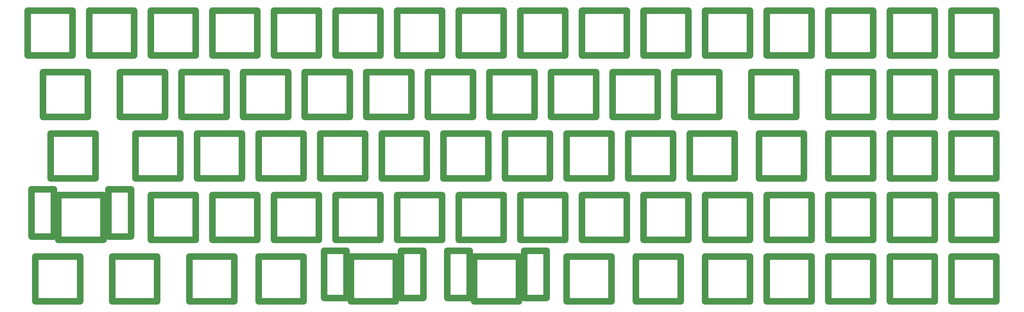
<source format=gts>
G04 #@! TF.GenerationSoftware,KiCad,Pcbnew,(5.1.10-1-10_14)*
G04 #@! TF.CreationDate,2021-08-07T14:46:02+09:00*
G04 #@! TF.ProjectId,GL516_Template,474c3531-365f-4546-956d-706c6174652e,rev?*
G04 #@! TF.SameCoordinates,Original*
G04 #@! TF.FileFunction,Soldermask,Top*
G04 #@! TF.FilePolarity,Negative*
%FSLAX46Y46*%
G04 Gerber Fmt 4.6, Leading zero omitted, Abs format (unit mm)*
G04 Created by KiCad (PCBNEW (5.1.10-1-10_14)) date 2021-08-07 14:46:02*
%MOMM*%
%LPD*%
G01*
G04 APERTURE LIST*
%ADD10O,2.000000X16.600000*%
%ADD11O,8.800000X2.000000*%
%ADD12O,2.000000X15.900000*%
%ADD13O,15.900000X2.000000*%
G04 APERTURE END LIST*
D10*
X182187500Y-103375000D03*
X175187500Y-103375000D03*
D11*
X178687500Y-110675000D03*
X178687500Y-96075000D03*
X154887500Y-96075000D03*
D12*
X173637500Y-104775000D03*
X159737500Y-104775000D03*
D13*
X166687500Y-111725000D03*
X166687500Y-97825000D03*
D10*
X151387500Y-103375000D03*
X158387500Y-103375000D03*
D11*
X154887500Y-110675000D03*
D10*
X144087500Y-103375000D03*
X137087500Y-103375000D03*
D11*
X140587500Y-110675000D03*
X140587500Y-96075000D03*
X116787500Y-96075000D03*
D12*
X135537500Y-104775000D03*
X121637500Y-104775000D03*
D13*
X128587500Y-111725000D03*
X128587500Y-97825000D03*
D10*
X113287500Y-103375000D03*
X120287500Y-103375000D03*
D11*
X116787500Y-110675000D03*
D10*
X53600000Y-84325000D03*
X46600000Y-84325000D03*
D11*
X50100000Y-91625000D03*
X50100000Y-77025000D03*
X26300000Y-77025000D03*
D12*
X45050000Y-85725000D03*
X31150000Y-85725000D03*
D13*
X38100000Y-92675000D03*
X38100000Y-78775000D03*
D10*
X22800000Y-84325000D03*
X29800000Y-84325000D03*
D11*
X26300000Y-91625000D03*
D12*
X61718750Y-104775000D03*
X47818750Y-104775000D03*
D13*
X54768750Y-111725000D03*
X54768750Y-97825000D03*
D12*
X261743750Y-66675000D03*
X247843750Y-66675000D03*
D13*
X254793750Y-73625000D03*
X254793750Y-59725000D03*
D12*
X223643750Y-104775000D03*
X209743750Y-104775000D03*
D13*
X216693750Y-111725000D03*
X216693750Y-97825000D03*
D12*
X37906250Y-104775000D03*
X24006250Y-104775000D03*
D13*
X30956250Y-111725000D03*
X30956250Y-97825000D03*
D12*
X85531250Y-104775000D03*
X71631250Y-104775000D03*
D13*
X78581250Y-111725000D03*
X78581250Y-97825000D03*
D12*
X42668750Y-66675000D03*
X28768750Y-66675000D03*
D13*
X35718750Y-73625000D03*
X35718750Y-59725000D03*
D12*
X40287500Y-47625000D03*
X26387500Y-47625000D03*
D13*
X33337500Y-54575000D03*
X33337500Y-40675000D03*
D12*
X259362500Y-47625000D03*
X245462500Y-47625000D03*
D13*
X252412500Y-54575000D03*
X252412500Y-40675000D03*
D12*
X264125000Y-104775000D03*
X250225000Y-104775000D03*
D13*
X257175000Y-111725000D03*
X257175000Y-97825000D03*
D12*
X245075000Y-104775000D03*
X231175000Y-104775000D03*
D13*
X238125000Y-111725000D03*
X238125000Y-97825000D03*
D12*
X302225000Y-66675000D03*
X288325000Y-66675000D03*
D13*
X295275000Y-73625000D03*
X295275000Y-59725000D03*
D12*
X302225000Y-47625000D03*
X288325000Y-47625000D03*
D13*
X295275000Y-54575000D03*
X295275000Y-40675000D03*
D12*
X202212500Y-104775000D03*
X188312500Y-104775000D03*
D13*
X195262500Y-111725000D03*
X195262500Y-97825000D03*
D12*
X302225000Y-104775000D03*
X288325000Y-104775000D03*
D13*
X295275000Y-111725000D03*
X295275000Y-97825000D03*
D12*
X321275000Y-104775000D03*
X307375000Y-104775000D03*
D13*
X314325000Y-111725000D03*
X314325000Y-97825000D03*
D12*
X283175000Y-104775000D03*
X269275000Y-104775000D03*
D13*
X276225000Y-111725000D03*
X276225000Y-97825000D03*
D12*
X283175000Y-28575000D03*
X269275000Y-28575000D03*
D13*
X276225000Y-35525000D03*
X276225000Y-21625000D03*
D12*
X302225000Y-28575000D03*
X288325000Y-28575000D03*
D13*
X295275000Y-35525000D03*
X295275000Y-21625000D03*
D12*
X302225000Y-85725000D03*
X288325000Y-85725000D03*
D13*
X295275000Y-92675000D03*
X295275000Y-78775000D03*
D12*
X321275000Y-66675000D03*
X307375000Y-66675000D03*
D13*
X314325000Y-73625000D03*
X314325000Y-59725000D03*
D12*
X321275000Y-47625000D03*
X307375000Y-47625000D03*
D13*
X314325000Y-54575000D03*
X314325000Y-40675000D03*
D12*
X321275000Y-28575000D03*
X307375000Y-28575000D03*
D13*
X314325000Y-35525000D03*
X314325000Y-21625000D03*
D12*
X321275000Y-85725000D03*
X307375000Y-85725000D03*
D13*
X314325000Y-92675000D03*
X314325000Y-78775000D03*
D12*
X283175000Y-47625000D03*
X269275000Y-47625000D03*
D13*
X276225000Y-54575000D03*
X276225000Y-40675000D03*
D12*
X226025000Y-28575000D03*
X212125000Y-28575000D03*
D13*
X219075000Y-35525000D03*
X219075000Y-21625000D03*
D12*
X264125000Y-28575000D03*
X250225000Y-28575000D03*
D13*
X257175000Y-35525000D03*
X257175000Y-21625000D03*
D12*
X283175000Y-66675000D03*
X269275000Y-66675000D03*
D13*
X276225000Y-73625000D03*
X276225000Y-59725000D03*
D12*
X240312500Y-66675000D03*
X226412500Y-66675000D03*
D13*
X233362500Y-73625000D03*
X233362500Y-59725000D03*
D12*
X235550000Y-47625000D03*
X221650000Y-47625000D03*
D13*
X228600000Y-54575000D03*
X228600000Y-40675000D03*
D12*
X245075000Y-85725000D03*
X231175000Y-85725000D03*
D13*
X238125000Y-92675000D03*
X238125000Y-78775000D03*
D12*
X245075000Y-28575000D03*
X231175000Y-28575000D03*
D13*
X238125000Y-35525000D03*
X238125000Y-21625000D03*
D12*
X264125000Y-85725000D03*
X250225000Y-85725000D03*
D13*
X257175000Y-92675000D03*
X257175000Y-78775000D03*
D12*
X283175000Y-85725000D03*
X269275000Y-85725000D03*
D13*
X276225000Y-92675000D03*
X276225000Y-78775000D03*
D12*
X197450000Y-47625000D03*
X183550000Y-47625000D03*
D13*
X190500000Y-54575000D03*
X190500000Y-40675000D03*
D12*
X221262500Y-66675000D03*
X207362500Y-66675000D03*
D13*
X214312500Y-73625000D03*
X214312500Y-59725000D03*
D12*
X178400000Y-47625000D03*
X164500000Y-47625000D03*
D13*
X171450000Y-54575000D03*
X171450000Y-40675000D03*
D12*
X206975000Y-85725000D03*
X193075000Y-85725000D03*
D13*
X200025000Y-92675000D03*
X200025000Y-78775000D03*
D12*
X168875000Y-28575000D03*
X154975000Y-28575000D03*
D13*
X161925000Y-35525000D03*
X161925000Y-21625000D03*
D12*
X226025000Y-85725000D03*
X212125000Y-85725000D03*
D13*
X219075000Y-92675000D03*
X219075000Y-78775000D03*
D12*
X183162500Y-66675000D03*
X169262500Y-66675000D03*
D13*
X176212500Y-73625000D03*
X176212500Y-59725000D03*
D12*
X187925000Y-28575000D03*
X174025000Y-28575000D03*
D13*
X180975000Y-35525000D03*
X180975000Y-21625000D03*
D12*
X216500000Y-47625000D03*
X202600000Y-47625000D03*
D13*
X209550000Y-54575000D03*
X209550000Y-40675000D03*
D12*
X206975000Y-28575000D03*
X193075000Y-28575000D03*
D13*
X200025000Y-35525000D03*
X200025000Y-21625000D03*
D12*
X187925000Y-85725000D03*
X174025000Y-85725000D03*
D13*
X180975000Y-92675000D03*
X180975000Y-78775000D03*
D12*
X202212500Y-66675000D03*
X188312500Y-66675000D03*
D13*
X195262500Y-73625000D03*
X195262500Y-59725000D03*
D12*
X149825000Y-28575000D03*
X135925000Y-28575000D03*
D13*
X142875000Y-35525000D03*
X142875000Y-21625000D03*
D12*
X145062500Y-66675000D03*
X131162500Y-66675000D03*
D13*
X138112500Y-73625000D03*
X138112500Y-59725000D03*
D12*
X130775000Y-85725000D03*
X116875000Y-85725000D03*
D13*
X123825000Y-92675000D03*
X123825000Y-78775000D03*
D12*
X130775000Y-28575000D03*
X116875000Y-28575000D03*
D13*
X123825000Y-35525000D03*
X123825000Y-21625000D03*
D12*
X164112500Y-66675000D03*
X150212500Y-66675000D03*
D13*
X157162500Y-73625000D03*
X157162500Y-59725000D03*
D12*
X159350000Y-47625000D03*
X145450000Y-47625000D03*
D13*
X152400000Y-54575000D03*
X152400000Y-40675000D03*
D12*
X149825000Y-85725000D03*
X135925000Y-85725000D03*
D13*
X142875000Y-92675000D03*
X142875000Y-78775000D03*
D12*
X140300000Y-47625000D03*
X126400000Y-47625000D03*
D13*
X133350000Y-54575000D03*
X133350000Y-40675000D03*
D12*
X126012500Y-66675000D03*
X112112500Y-66675000D03*
D13*
X119062500Y-73625000D03*
X119062500Y-59725000D03*
D12*
X168875000Y-85725000D03*
X154975000Y-85725000D03*
D13*
X161925000Y-92675000D03*
X161925000Y-78775000D03*
D12*
X111725000Y-28575000D03*
X97825000Y-28575000D03*
D13*
X104775000Y-35525000D03*
X104775000Y-21625000D03*
D12*
X121250000Y-47625000D03*
X107350000Y-47625000D03*
D13*
X114300000Y-54575000D03*
X114300000Y-40675000D03*
D12*
X106962500Y-104775000D03*
X93062500Y-104775000D03*
D13*
X100012500Y-111725000D03*
X100012500Y-97825000D03*
D12*
X106962500Y-66675000D03*
X93062500Y-66675000D03*
D13*
X100012500Y-73625000D03*
X100012500Y-59725000D03*
D12*
X92675000Y-28575000D03*
X78775000Y-28575000D03*
D13*
X85725000Y-35525000D03*
X85725000Y-21625000D03*
D12*
X111725000Y-85725000D03*
X97825000Y-85725000D03*
D13*
X104775000Y-92675000D03*
X104775000Y-78775000D03*
D12*
X102200000Y-47625000D03*
X88300000Y-47625000D03*
D13*
X95250000Y-54575000D03*
X95250000Y-40675000D03*
D12*
X92675000Y-85725000D03*
X78775000Y-85725000D03*
D13*
X85725000Y-92675000D03*
X85725000Y-78775000D03*
D12*
X87912500Y-66675000D03*
X74012500Y-66675000D03*
D13*
X80962500Y-73625000D03*
X80962500Y-59725000D03*
D12*
X73625000Y-28575000D03*
X59725000Y-28575000D03*
D13*
X66675000Y-35525000D03*
X66675000Y-21625000D03*
D12*
X83150000Y-47625000D03*
X69250000Y-47625000D03*
D13*
X76200000Y-54575000D03*
X76200000Y-40675000D03*
D12*
X68862500Y-66675000D03*
X54962500Y-66675000D03*
D13*
X61912500Y-73625000D03*
X61912500Y-59725000D03*
D12*
X73625000Y-85725000D03*
X59725000Y-85725000D03*
D13*
X66675000Y-92675000D03*
X66675000Y-78775000D03*
D12*
X35525000Y-28575000D03*
X21625000Y-28575000D03*
D13*
X28575000Y-35525000D03*
X28575000Y-21625000D03*
D12*
X54575000Y-28575000D03*
X40675000Y-28575000D03*
D13*
X47625000Y-35525000D03*
X47625000Y-21625000D03*
D12*
X64100000Y-47625000D03*
X50200000Y-47625000D03*
D13*
X57150000Y-54575000D03*
X57150000Y-40675000D03*
M02*

</source>
